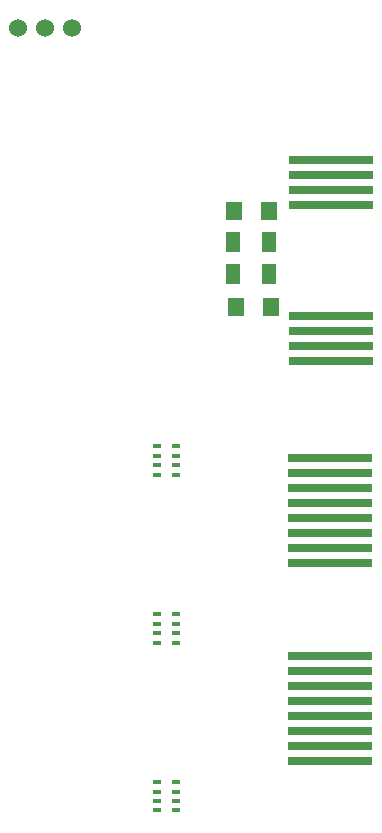
<source format=gbr>
G04*
G04 #@! TF.GenerationSoftware,Altium Limited,Altium Designer,24.3.1 (35)*
G04*
G04 Layer_Color=8421504*
%FSLAX44Y44*%
%MOMM*%
G71*
G04*
G04 #@! TF.SameCoordinates,D61E4413-AD1B-46AA-9FCE-7A96C032C263*
G04*
G04*
G04 #@! TF.FilePolarity,Positive*
G04*
G01*
G75*
%ADD17R,0.8000X0.4500*%
%ADD18C,1.5240*%
%ADD19R,7.2000X0.7600*%
%ADD20R,7.2000X0.7600*%
%ADD21R,1.4000X1.6000*%
%ADD22R,1.2000X1.8000*%
D17*
X-28830Y-295125D02*
D03*
Y-287125D02*
D03*
Y-279125D02*
D03*
Y-271125D02*
D03*
X-44830D02*
D03*
Y-279125D02*
D03*
Y-287125D02*
D03*
Y-295125D02*
D03*
Y-153012D02*
D03*
Y-145012D02*
D03*
Y-137012D02*
D03*
Y-129012D02*
D03*
X-28830D02*
D03*
Y-137012D02*
D03*
Y-145012D02*
D03*
Y-153012D02*
D03*
X-44830Y-10899D02*
D03*
Y-2899D02*
D03*
Y5101D02*
D03*
Y13101D02*
D03*
X-28830D02*
D03*
Y5101D02*
D03*
Y-2899D02*
D03*
Y-10899D02*
D03*
D18*
X-162560Y367030D02*
D03*
X-116840D02*
D03*
X-139700D02*
D03*
D19*
X101152Y3556D02*
D03*
Y-9144D02*
D03*
Y-21844D02*
D03*
Y-34544D02*
D03*
Y-47244D02*
D03*
Y-59944D02*
D03*
Y-72644D02*
D03*
Y-85344D02*
D03*
Y-164084D02*
D03*
Y-176784D02*
D03*
Y-189484D02*
D03*
Y-202184D02*
D03*
Y-214884D02*
D03*
Y-227584D02*
D03*
Y-240284D02*
D03*
Y-252984D02*
D03*
D20*
X102192Y255270D02*
D03*
Y242570D02*
D03*
Y229870D02*
D03*
Y217170D02*
D03*
Y123698D02*
D03*
Y110998D02*
D03*
Y98298D02*
D03*
Y85598D02*
D03*
D21*
X21816Y131318D02*
D03*
X51816D02*
D03*
X20070Y212344D02*
D03*
X50070D02*
D03*
D22*
X19569Y159327D02*
D03*
X49569D02*
D03*
X19569Y186336D02*
D03*
X49569D02*
D03*
M02*

</source>
